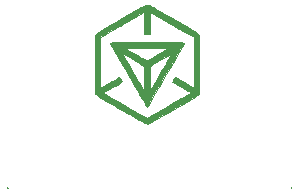
<source format=gbr>
%TF.GenerationSoftware,KiCad,Pcbnew,5.1.8-db9833491~88~ubuntu20.04.1*%
%TF.CreationDate,2020-12-22T00:38:32+08:00*%
%TF.ProjectId,Ingress_BioCard,496e6772-6573-4735-9f42-696f43617264,1.0*%
%TF.SameCoordinates,Original*%
%TF.FileFunction,Legend,Top*%
%TF.FilePolarity,Positive*%
%FSLAX46Y46*%
G04 Gerber Fmt 4.6, Leading zero omitted, Abs format (unit mm)*
G04 Created by KiCad (PCBNEW 5.1.8-db9833491~88~ubuntu20.04.1) date 2020-12-22 00:38:32*
%MOMM*%
%LPD*%
G01*
G04 APERTURE LIST*
%ADD10C,0.010000*%
G04 APERTURE END LIST*
D10*
%TO.C,G\u002A\u002A\u002A*%
G36*
X135060266Y-98111733D02*
G01*
X135066346Y-98172021D01*
X135060266Y-98179466D01*
X135030066Y-98172493D01*
X135026400Y-98145600D01*
X135044986Y-98103785D01*
X135060266Y-98111733D01*
G37*
X135060266Y-98111733D02*
X135066346Y-98172021D01*
X135060266Y-98179466D01*
X135030066Y-98172493D01*
X135026400Y-98145600D01*
X135044986Y-98103785D01*
X135060266Y-98111733D01*
G36*
X159088666Y-98111733D02*
G01*
X159094746Y-98172021D01*
X159088666Y-98179466D01*
X159058466Y-98172493D01*
X159054800Y-98145600D01*
X159073386Y-98103785D01*
X159088666Y-98111733D01*
G37*
X159088666Y-98111733D02*
X159094746Y-98172021D01*
X159088666Y-98179466D01*
X159058466Y-98172493D01*
X159054800Y-98145600D01*
X159073386Y-98103785D01*
X159088666Y-98111733D01*
G36*
X147129021Y-82695188D02*
G01*
X147307736Y-82792943D01*
X147397327Y-82847677D01*
X147538633Y-82931625D01*
X147735964Y-83047280D01*
X147993631Y-83197133D01*
X148315944Y-83383679D01*
X148707214Y-83609409D01*
X149171752Y-83876817D01*
X149713868Y-84188394D01*
X150337874Y-84546634D01*
X150664869Y-84734244D01*
X150870221Y-84859365D01*
X151048338Y-84981306D01*
X151176178Y-85083545D01*
X151223669Y-85134932D01*
X151243246Y-85172962D01*
X151259567Y-85227902D01*
X151272920Y-85308566D01*
X151283597Y-85423765D01*
X151291888Y-85582312D01*
X151298083Y-85793019D01*
X151302471Y-86064698D01*
X151305344Y-86406161D01*
X151306990Y-86826220D01*
X151307701Y-87333689D01*
X151307800Y-87690111D01*
X151307800Y-90116890D01*
X151180800Y-90241861D01*
X151099781Y-90303748D01*
X150945185Y-90405999D01*
X150732048Y-90539278D01*
X150475406Y-90694246D01*
X150190294Y-90861565D01*
X150088600Y-90920149D01*
X149729810Y-91126111D01*
X149330329Y-91355898D01*
X148923502Y-91590299D01*
X148542673Y-91810105D01*
X148259800Y-91973731D01*
X147977944Y-92136988D01*
X147712652Y-92290620D01*
X147481700Y-92424337D01*
X147302864Y-92527846D01*
X147193920Y-92590854D01*
X147193000Y-92591386D01*
X147040352Y-92663592D01*
X146900548Y-92704282D01*
X146862800Y-92707666D01*
X146777611Y-92682256D01*
X146623318Y-92612696D01*
X146417506Y-92507818D01*
X146177762Y-92376456D01*
X146004277Y-92276478D01*
X145760726Y-92133896D01*
X145549324Y-92011290D01*
X145384865Y-91917145D01*
X145282141Y-91859948D01*
X145254575Y-91846400D01*
X145223620Y-91831354D01*
X145138881Y-91784469D01*
X144995820Y-91703125D01*
X144789902Y-91584699D01*
X144516590Y-91426571D01*
X144171348Y-91226120D01*
X143749639Y-90980723D01*
X143246928Y-90687762D01*
X142985559Y-90535330D01*
X142798676Y-90419713D01*
X142640625Y-90309890D01*
X142536531Y-90223785D01*
X142515659Y-90200043D01*
X142498589Y-90161414D01*
X142484324Y-90093023D01*
X142472630Y-89986664D01*
X142463275Y-89834132D01*
X142457597Y-89672035D01*
X142900400Y-89672035D01*
X143090900Y-89558958D01*
X143221347Y-89483133D01*
X143408550Y-89376307D01*
X143620410Y-89256749D01*
X143713200Y-89204799D01*
X143925456Y-89085591D01*
X144126911Y-88971238D01*
X144285599Y-88879929D01*
X144333803Y-88851642D01*
X144522607Y-88739565D01*
X144625713Y-88908682D01*
X144692494Y-89031348D01*
X144727500Y-89121258D01*
X144729010Y-89132993D01*
X144687499Y-89184246D01*
X144579703Y-89260629D01*
X144462500Y-89327524D01*
X144318670Y-89405224D01*
X144131377Y-89509972D01*
X143920083Y-89630446D01*
X143704254Y-89755321D01*
X143503352Y-89873273D01*
X143336843Y-89972980D01*
X143224190Y-90043115D01*
X143186168Y-90070070D01*
X143218847Y-90103577D01*
X143329543Y-90179316D01*
X143507205Y-90290638D01*
X143740783Y-90430892D01*
X144019225Y-90593429D01*
X144331482Y-90771598D01*
X144622622Y-90934464D01*
X144766922Y-91015897D01*
X144967682Y-91131084D01*
X145193857Y-91262151D01*
X145338800Y-91346810D01*
X145608185Y-91504636D01*
X145913666Y-91683492D01*
X146203701Y-91853203D01*
X146304000Y-91911859D01*
X146506963Y-92026981D01*
X146682783Y-92120179D01*
X146810113Y-92180528D01*
X146862800Y-92197820D01*
X146932436Y-92174433D01*
X147070663Y-92107651D01*
X147259294Y-92006924D01*
X147480140Y-91881699D01*
X147548600Y-91841569D01*
X147790818Y-91698877D01*
X148020081Y-91564477D01*
X148212945Y-91452068D01*
X148345967Y-91375351D01*
X148361400Y-91366586D01*
X148603267Y-91229071D01*
X148884404Y-91068099D01*
X149185495Y-90894846D01*
X149487226Y-90720487D01*
X149770282Y-90556198D01*
X150015348Y-90413153D01*
X150203111Y-90302528D01*
X150280497Y-90256201D01*
X150573994Y-90078413D01*
X150407497Y-89979572D01*
X150301134Y-89917080D01*
X150129227Y-89816804D01*
X149914199Y-89691796D01*
X149678472Y-89555109D01*
X149641495Y-89533700D01*
X149420454Y-89404052D01*
X149232606Y-89290668D01*
X149094830Y-89203977D01*
X149024005Y-89154407D01*
X149018607Y-89148834D01*
X149028949Y-89089829D01*
X149075326Y-88983397D01*
X149138177Y-88866492D01*
X149197935Y-88776068D01*
X149231027Y-88747600D01*
X149282817Y-88772313D01*
X149389769Y-88834982D01*
X149453600Y-88874600D01*
X149578432Y-88949839D01*
X149664887Y-88995383D01*
X149683630Y-89001600D01*
X149738461Y-89026805D01*
X149852108Y-89092370D01*
X149976740Y-89169491D01*
X150174728Y-89291917D01*
X150399699Y-89426212D01*
X150533100Y-89503419D01*
X150825200Y-89669456D01*
X150824868Y-85369400D01*
X150385249Y-85115400D01*
X150165403Y-84988623D01*
X149949196Y-84864360D01*
X149771018Y-84762360D01*
X149712315Y-84728932D01*
X149604831Y-84667726D01*
X149423886Y-84564482D01*
X149184207Y-84427613D01*
X148900522Y-84265531D01*
X148587559Y-84086649D01*
X148310600Y-83928290D01*
X147142200Y-83260115D01*
X147114508Y-85089999D01*
X146861654Y-85089999D01*
X146608800Y-85090000D01*
X146608800Y-84175600D01*
X146607911Y-83883494D01*
X146605444Y-83629996D01*
X146601693Y-83431137D01*
X146596954Y-83302945D01*
X146591923Y-83261199D01*
X146544595Y-83285264D01*
X146423926Y-83351975D01*
X146244520Y-83453109D01*
X146020984Y-83580443D01*
X145817223Y-83697360D01*
X145550913Y-83850507D01*
X145300055Y-83994540D01*
X145084395Y-84118136D01*
X144923683Y-84209975D01*
X144856200Y-84248316D01*
X144728125Y-84321449D01*
X144540098Y-84429777D01*
X144319902Y-84557261D01*
X144145000Y-84658916D01*
X143893830Y-84804491D01*
X143628822Y-84956977D01*
X143388672Y-85094154D01*
X143268723Y-85162060D01*
X142900446Y-85369400D01*
X142900423Y-87520717D01*
X142900400Y-89672035D01*
X142457597Y-89672035D01*
X142456027Y-89627222D01*
X142450651Y-89357727D01*
X142446916Y-89017442D01*
X142444588Y-88598161D01*
X142443434Y-88091678D01*
X142443200Y-87646929D01*
X142443200Y-85197265D01*
X142557500Y-85073667D01*
X142631142Y-85017281D01*
X142789995Y-84914011D01*
X143030310Y-84766055D01*
X143348342Y-84575611D01*
X143740341Y-84344877D01*
X144202562Y-84076052D01*
X144731255Y-83771334D01*
X145322675Y-83432920D01*
X145973073Y-83063009D01*
X146328624Y-82861608D01*
X146584628Y-82728483D01*
X146786686Y-82657540D01*
X146959812Y-82647027D01*
X147129021Y-82695188D01*
G37*
X147129021Y-82695188D02*
X147307736Y-82792943D01*
X147397327Y-82847677D01*
X147538633Y-82931625D01*
X147735964Y-83047280D01*
X147993631Y-83197133D01*
X148315944Y-83383679D01*
X148707214Y-83609409D01*
X149171752Y-83876817D01*
X149713868Y-84188394D01*
X150337874Y-84546634D01*
X150664869Y-84734244D01*
X150870221Y-84859365D01*
X151048338Y-84981306D01*
X151176178Y-85083545D01*
X151223669Y-85134932D01*
X151243246Y-85172962D01*
X151259567Y-85227902D01*
X151272920Y-85308566D01*
X151283597Y-85423765D01*
X151291888Y-85582312D01*
X151298083Y-85793019D01*
X151302471Y-86064698D01*
X151305344Y-86406161D01*
X151306990Y-86826220D01*
X151307701Y-87333689D01*
X151307800Y-87690111D01*
X151307800Y-90116890D01*
X151180800Y-90241861D01*
X151099781Y-90303748D01*
X150945185Y-90405999D01*
X150732048Y-90539278D01*
X150475406Y-90694246D01*
X150190294Y-90861565D01*
X150088600Y-90920149D01*
X149729810Y-91126111D01*
X149330329Y-91355898D01*
X148923502Y-91590299D01*
X148542673Y-91810105D01*
X148259800Y-91973731D01*
X147977944Y-92136988D01*
X147712652Y-92290620D01*
X147481700Y-92424337D01*
X147302864Y-92527846D01*
X147193920Y-92590854D01*
X147193000Y-92591386D01*
X147040352Y-92663592D01*
X146900548Y-92704282D01*
X146862800Y-92707666D01*
X146777611Y-92682256D01*
X146623318Y-92612696D01*
X146417506Y-92507818D01*
X146177762Y-92376456D01*
X146004277Y-92276478D01*
X145760726Y-92133896D01*
X145549324Y-92011290D01*
X145384865Y-91917145D01*
X145282141Y-91859948D01*
X145254575Y-91846400D01*
X145223620Y-91831354D01*
X145138881Y-91784469D01*
X144995820Y-91703125D01*
X144789902Y-91584699D01*
X144516590Y-91426571D01*
X144171348Y-91226120D01*
X143749639Y-90980723D01*
X143246928Y-90687762D01*
X142985559Y-90535330D01*
X142798676Y-90419713D01*
X142640625Y-90309890D01*
X142536531Y-90223785D01*
X142515659Y-90200043D01*
X142498589Y-90161414D01*
X142484324Y-90093023D01*
X142472630Y-89986664D01*
X142463275Y-89834132D01*
X142457597Y-89672035D01*
X142900400Y-89672035D01*
X143090900Y-89558958D01*
X143221347Y-89483133D01*
X143408550Y-89376307D01*
X143620410Y-89256749D01*
X143713200Y-89204799D01*
X143925456Y-89085591D01*
X144126911Y-88971238D01*
X144285599Y-88879929D01*
X144333803Y-88851642D01*
X144522607Y-88739565D01*
X144625713Y-88908682D01*
X144692494Y-89031348D01*
X144727500Y-89121258D01*
X144729010Y-89132993D01*
X144687499Y-89184246D01*
X144579703Y-89260629D01*
X144462500Y-89327524D01*
X144318670Y-89405224D01*
X144131377Y-89509972D01*
X143920083Y-89630446D01*
X143704254Y-89755321D01*
X143503352Y-89873273D01*
X143336843Y-89972980D01*
X143224190Y-90043115D01*
X143186168Y-90070070D01*
X143218847Y-90103577D01*
X143329543Y-90179316D01*
X143507205Y-90290638D01*
X143740783Y-90430892D01*
X144019225Y-90593429D01*
X144331482Y-90771598D01*
X144622622Y-90934464D01*
X144766922Y-91015897D01*
X144967682Y-91131084D01*
X145193857Y-91262151D01*
X145338800Y-91346810D01*
X145608185Y-91504636D01*
X145913666Y-91683492D01*
X146203701Y-91853203D01*
X146304000Y-91911859D01*
X146506963Y-92026981D01*
X146682783Y-92120179D01*
X146810113Y-92180528D01*
X146862800Y-92197820D01*
X146932436Y-92174433D01*
X147070663Y-92107651D01*
X147259294Y-92006924D01*
X147480140Y-91881699D01*
X147548600Y-91841569D01*
X147790818Y-91698877D01*
X148020081Y-91564477D01*
X148212945Y-91452068D01*
X148345967Y-91375351D01*
X148361400Y-91366586D01*
X148603267Y-91229071D01*
X148884404Y-91068099D01*
X149185495Y-90894846D01*
X149487226Y-90720487D01*
X149770282Y-90556198D01*
X150015348Y-90413153D01*
X150203111Y-90302528D01*
X150280497Y-90256201D01*
X150573994Y-90078413D01*
X150407497Y-89979572D01*
X150301134Y-89917080D01*
X150129227Y-89816804D01*
X149914199Y-89691796D01*
X149678472Y-89555109D01*
X149641495Y-89533700D01*
X149420454Y-89404052D01*
X149232606Y-89290668D01*
X149094830Y-89203977D01*
X149024005Y-89154407D01*
X149018607Y-89148834D01*
X149028949Y-89089829D01*
X149075326Y-88983397D01*
X149138177Y-88866492D01*
X149197935Y-88776068D01*
X149231027Y-88747600D01*
X149282817Y-88772313D01*
X149389769Y-88834982D01*
X149453600Y-88874600D01*
X149578432Y-88949839D01*
X149664887Y-88995383D01*
X149683630Y-89001600D01*
X149738461Y-89026805D01*
X149852108Y-89092370D01*
X149976740Y-89169491D01*
X150174728Y-89291917D01*
X150399699Y-89426212D01*
X150533100Y-89503419D01*
X150825200Y-89669456D01*
X150824868Y-85369400D01*
X150385249Y-85115400D01*
X150165403Y-84988623D01*
X149949196Y-84864360D01*
X149771018Y-84762360D01*
X149712315Y-84728932D01*
X149604831Y-84667726D01*
X149423886Y-84564482D01*
X149184207Y-84427613D01*
X148900522Y-84265531D01*
X148587559Y-84086649D01*
X148310600Y-83928290D01*
X147142200Y-83260115D01*
X147114508Y-85089999D01*
X146861654Y-85089999D01*
X146608800Y-85090000D01*
X146608800Y-84175600D01*
X146607911Y-83883494D01*
X146605444Y-83629996D01*
X146601693Y-83431137D01*
X146596954Y-83302945D01*
X146591923Y-83261199D01*
X146544595Y-83285264D01*
X146423926Y-83351975D01*
X146244520Y-83453109D01*
X146020984Y-83580443D01*
X145817223Y-83697360D01*
X145550913Y-83850507D01*
X145300055Y-83994540D01*
X145084395Y-84118136D01*
X144923683Y-84209975D01*
X144856200Y-84248316D01*
X144728125Y-84321449D01*
X144540098Y-84429777D01*
X144319902Y-84557261D01*
X144145000Y-84658916D01*
X143893830Y-84804491D01*
X143628822Y-84956977D01*
X143388672Y-85094154D01*
X143268723Y-85162060D01*
X142900446Y-85369400D01*
X142900423Y-87520717D01*
X142900400Y-89672035D01*
X142457597Y-89672035D01*
X142456027Y-89627222D01*
X142450651Y-89357727D01*
X142446916Y-89017442D01*
X142444588Y-88598161D01*
X142443434Y-88091678D01*
X142443200Y-87646929D01*
X142443200Y-85197265D01*
X142557500Y-85073667D01*
X142631142Y-85017281D01*
X142789995Y-84914011D01*
X143030310Y-84766055D01*
X143348342Y-84575611D01*
X143740341Y-84344877D01*
X144202562Y-84076052D01*
X144731255Y-83771334D01*
X145322675Y-83432920D01*
X145973073Y-83063009D01*
X146328624Y-82861608D01*
X146584628Y-82728483D01*
X146786686Y-82657540D01*
X146959812Y-82647027D01*
X147129021Y-82695188D01*
G36*
X147583028Y-85802979D02*
G01*
X148050602Y-85804888D01*
X148491647Y-85807767D01*
X148895485Y-85811615D01*
X149251439Y-85816432D01*
X149548833Y-85822220D01*
X149776988Y-85828978D01*
X149925228Y-85836706D01*
X149982877Y-85845405D01*
X149983098Y-85845686D01*
X149968002Y-85902287D01*
X149908766Y-86030684D01*
X149813292Y-86215419D01*
X149689484Y-86441031D01*
X149587070Y-86620386D01*
X149414268Y-86918529D01*
X149210087Y-87271138D01*
X148993931Y-87644686D01*
X148785204Y-88005641D01*
X148664688Y-88214200D01*
X148478607Y-88535973D01*
X148259315Y-88914600D01*
X148024746Y-89319148D01*
X147792838Y-89718684D01*
X147581526Y-90082276D01*
X147574823Y-90093800D01*
X147404366Y-90388145D01*
X147250233Y-90656794D01*
X147120142Y-90886093D01*
X147021808Y-91062391D01*
X146962949Y-91172034D01*
X146950303Y-91198700D01*
X146904338Y-91274233D01*
X146848101Y-91264473D01*
X146772101Y-91164971D01*
X146732738Y-91096680D01*
X146670329Y-90985798D01*
X146568720Y-90808034D01*
X146439909Y-90584267D01*
X146295895Y-90335372D01*
X146229363Y-90220800D01*
X146076865Y-89957972D01*
X145889410Y-89634076D01*
X145682622Y-89276158D01*
X145472126Y-88911262D01*
X145273546Y-88566434D01*
X145260870Y-88544400D01*
X145054848Y-88187099D01*
X144827391Y-87794105D01*
X144596627Y-87396640D01*
X144380680Y-87025924D01*
X144202945Y-86722154D01*
X144192000Y-86703173D01*
X144772264Y-86703173D01*
X144929702Y-87001486D01*
X145031075Y-87190062D01*
X145131420Y-87371123D01*
X145192676Y-87477600D01*
X145259197Y-87591238D01*
X145361990Y-87768689D01*
X145486951Y-87985533D01*
X145618169Y-88214200D01*
X145779515Y-88494550D01*
X145960299Y-88806414D01*
X146134656Y-89105264D01*
X146237924Y-89281000D01*
X146360226Y-89490854D01*
X146464776Y-89675109D01*
X146539654Y-89812447D01*
X146571665Y-89877900D01*
X146606465Y-89952157D01*
X146619905Y-89966850D01*
X146623500Y-89918563D01*
X146625369Y-89783629D01*
X146625520Y-89576985D01*
X146623960Y-89313571D01*
X146620694Y-89008323D01*
X146619434Y-88914468D01*
X146613158Y-88549451D01*
X146605204Y-88272828D01*
X146594470Y-88071394D01*
X146579857Y-87931944D01*
X146560263Y-87841274D01*
X146558910Y-87838370D01*
X147116800Y-87838370D01*
X147116800Y-88885651D01*
X147117614Y-89197779D01*
X147119889Y-89470809D01*
X147123372Y-89690161D01*
X147127813Y-89841260D01*
X147132958Y-89909526D01*
X147134532Y-89911766D01*
X147163876Y-89863292D01*
X147235892Y-89739729D01*
X147342969Y-89554272D01*
X147477497Y-89320117D01*
X147631865Y-89050459D01*
X147688792Y-88950800D01*
X147877852Y-88620697D01*
X148077748Y-88273496D01*
X148273078Y-87935830D01*
X148448433Y-87634335D01*
X148583607Y-87403780D01*
X148711549Y-87182915D01*
X148816069Y-86994713D01*
X148888428Y-86855526D01*
X148919889Y-86781705D01*
X148919864Y-86774531D01*
X148871258Y-86791333D01*
X148752305Y-86851195D01*
X148579585Y-86944578D01*
X148369675Y-87061945D01*
X148139156Y-87193757D01*
X147904607Y-87330479D01*
X147682606Y-87462572D01*
X147489734Y-87580499D01*
X147342569Y-87674722D01*
X147281900Y-87716797D01*
X147116800Y-87838370D01*
X146558910Y-87838370D01*
X146534588Y-87786179D01*
X146524323Y-87773254D01*
X146453491Y-87718120D01*
X146311254Y-87624728D01*
X146115116Y-87503986D01*
X145882583Y-87366803D01*
X145751689Y-87291794D01*
X145501011Y-87148560D01*
X145271150Y-87015299D01*
X145081542Y-86903422D01*
X144951625Y-86824339D01*
X144915832Y-86801144D01*
X144772264Y-86703173D01*
X144192000Y-86703173D01*
X144051853Y-86460135D01*
X143982227Y-86334600D01*
X145009246Y-86334600D01*
X145364523Y-86525787D01*
X145562394Y-86634942D01*
X145809938Y-86775354D01*
X146069872Y-86925735D01*
X146227800Y-87018736D01*
X146440367Y-87139291D01*
X146631601Y-87237382D01*
X146779040Y-87302116D01*
X146854984Y-87322848D01*
X146934759Y-87298972D01*
X147086157Y-87231088D01*
X147293464Y-87127099D01*
X147540969Y-86994912D01*
X147812959Y-86842431D01*
X147834772Y-86829900D01*
X148695375Y-86334600D01*
X147779087Y-86320754D01*
X147391125Y-86316731D01*
X146947513Y-86315086D01*
X146494175Y-86315818D01*
X146077032Y-86318926D01*
X145936023Y-86320754D01*
X145009246Y-86334600D01*
X143982227Y-86334600D01*
X143922697Y-86227271D01*
X143822995Y-86037866D01*
X143760264Y-85906227D01*
X143742024Y-85846657D01*
X143742397Y-85845854D01*
X143797111Y-85837123D01*
X143942742Y-85829357D01*
X144168615Y-85822557D01*
X144464051Y-85816724D01*
X144818375Y-85811857D01*
X145220909Y-85807958D01*
X145660975Y-85805026D01*
X146127897Y-85803062D01*
X146610998Y-85802066D01*
X147099601Y-85802038D01*
X147583028Y-85802979D01*
G37*
X147583028Y-85802979D02*
X148050602Y-85804888D01*
X148491647Y-85807767D01*
X148895485Y-85811615D01*
X149251439Y-85816432D01*
X149548833Y-85822220D01*
X149776988Y-85828978D01*
X149925228Y-85836706D01*
X149982877Y-85845405D01*
X149983098Y-85845686D01*
X149968002Y-85902287D01*
X149908766Y-86030684D01*
X149813292Y-86215419D01*
X149689484Y-86441031D01*
X149587070Y-86620386D01*
X149414268Y-86918529D01*
X149210087Y-87271138D01*
X148993931Y-87644686D01*
X148785204Y-88005641D01*
X148664688Y-88214200D01*
X148478607Y-88535973D01*
X148259315Y-88914600D01*
X148024746Y-89319148D01*
X147792838Y-89718684D01*
X147581526Y-90082276D01*
X147574823Y-90093800D01*
X147404366Y-90388145D01*
X147250233Y-90656794D01*
X147120142Y-90886093D01*
X147021808Y-91062391D01*
X146962949Y-91172034D01*
X146950303Y-91198700D01*
X146904338Y-91274233D01*
X146848101Y-91264473D01*
X146772101Y-91164971D01*
X146732738Y-91096680D01*
X146670329Y-90985798D01*
X146568720Y-90808034D01*
X146439909Y-90584267D01*
X146295895Y-90335372D01*
X146229363Y-90220800D01*
X146076865Y-89957972D01*
X145889410Y-89634076D01*
X145682622Y-89276158D01*
X145472126Y-88911262D01*
X145273546Y-88566434D01*
X145260870Y-88544400D01*
X145054848Y-88187099D01*
X144827391Y-87794105D01*
X144596627Y-87396640D01*
X144380680Y-87025924D01*
X144202945Y-86722154D01*
X144192000Y-86703173D01*
X144772264Y-86703173D01*
X144929702Y-87001486D01*
X145031075Y-87190062D01*
X145131420Y-87371123D01*
X145192676Y-87477600D01*
X145259197Y-87591238D01*
X145361990Y-87768689D01*
X145486951Y-87985533D01*
X145618169Y-88214200D01*
X145779515Y-88494550D01*
X145960299Y-88806414D01*
X146134656Y-89105264D01*
X146237924Y-89281000D01*
X146360226Y-89490854D01*
X146464776Y-89675109D01*
X146539654Y-89812447D01*
X146571665Y-89877900D01*
X146606465Y-89952157D01*
X146619905Y-89966850D01*
X146623500Y-89918563D01*
X146625369Y-89783629D01*
X146625520Y-89576985D01*
X146623960Y-89313571D01*
X146620694Y-89008323D01*
X146619434Y-88914468D01*
X146613158Y-88549451D01*
X146605204Y-88272828D01*
X146594470Y-88071394D01*
X146579857Y-87931944D01*
X146560263Y-87841274D01*
X146558910Y-87838370D01*
X147116800Y-87838370D01*
X147116800Y-88885651D01*
X147117614Y-89197779D01*
X147119889Y-89470809D01*
X147123372Y-89690161D01*
X147127813Y-89841260D01*
X147132958Y-89909526D01*
X147134532Y-89911766D01*
X147163876Y-89863292D01*
X147235892Y-89739729D01*
X147342969Y-89554272D01*
X147477497Y-89320117D01*
X147631865Y-89050459D01*
X147688792Y-88950800D01*
X147877852Y-88620697D01*
X148077748Y-88273496D01*
X148273078Y-87935830D01*
X148448433Y-87634335D01*
X148583607Y-87403780D01*
X148711549Y-87182915D01*
X148816069Y-86994713D01*
X148888428Y-86855526D01*
X148919889Y-86781705D01*
X148919864Y-86774531D01*
X148871258Y-86791333D01*
X148752305Y-86851195D01*
X148579585Y-86944578D01*
X148369675Y-87061945D01*
X148139156Y-87193757D01*
X147904607Y-87330479D01*
X147682606Y-87462572D01*
X147489734Y-87580499D01*
X147342569Y-87674722D01*
X147281900Y-87716797D01*
X147116800Y-87838370D01*
X146558910Y-87838370D01*
X146534588Y-87786179D01*
X146524323Y-87773254D01*
X146453491Y-87718120D01*
X146311254Y-87624728D01*
X146115116Y-87503986D01*
X145882583Y-87366803D01*
X145751689Y-87291794D01*
X145501011Y-87148560D01*
X145271150Y-87015299D01*
X145081542Y-86903422D01*
X144951625Y-86824339D01*
X144915832Y-86801144D01*
X144772264Y-86703173D01*
X144192000Y-86703173D01*
X144051853Y-86460135D01*
X143982227Y-86334600D01*
X145009246Y-86334600D01*
X145364523Y-86525787D01*
X145562394Y-86634942D01*
X145809938Y-86775354D01*
X146069872Y-86925735D01*
X146227800Y-87018736D01*
X146440367Y-87139291D01*
X146631601Y-87237382D01*
X146779040Y-87302116D01*
X146854984Y-87322848D01*
X146934759Y-87298972D01*
X147086157Y-87231088D01*
X147293464Y-87127099D01*
X147540969Y-86994912D01*
X147812959Y-86842431D01*
X147834772Y-86829900D01*
X148695375Y-86334600D01*
X147779087Y-86320754D01*
X147391125Y-86316731D01*
X146947513Y-86315086D01*
X146494175Y-86315818D01*
X146077032Y-86318926D01*
X145936023Y-86320754D01*
X145009246Y-86334600D01*
X143982227Y-86334600D01*
X143922697Y-86227271D01*
X143822995Y-86037866D01*
X143760264Y-85906227D01*
X143742024Y-85846657D01*
X143742397Y-85845854D01*
X143797111Y-85837123D01*
X143942742Y-85829357D01*
X144168615Y-85822557D01*
X144464051Y-85816724D01*
X144818375Y-85811857D01*
X145220909Y-85807958D01*
X145660975Y-85805026D01*
X146127897Y-85803062D01*
X146610998Y-85802066D01*
X147099601Y-85802038D01*
X147583028Y-85802979D01*
%TD*%
M02*

</source>
